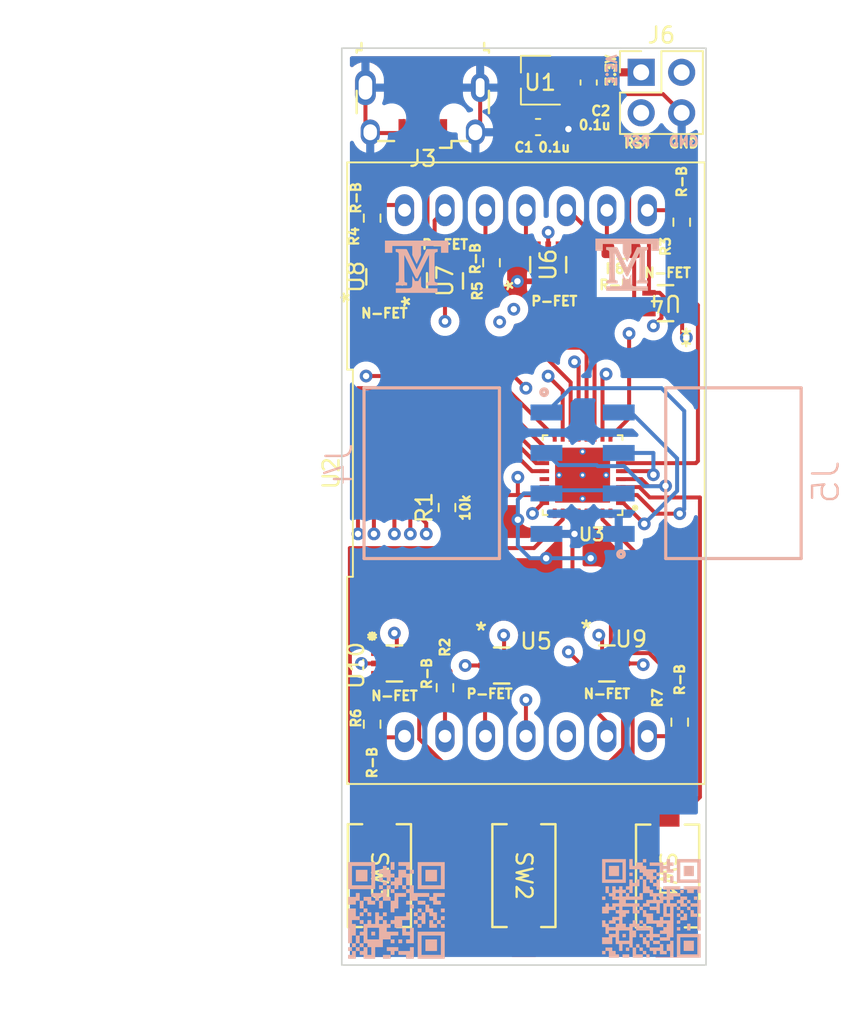
<source format=kicad_pcb>
(kicad_pcb (version 20211014) (generator pcbnew)
  (layers (0 "F.Cu" signal) (1 "In1.Cu" signal) (2 "In2.Cu" signal) (31 "B.Cu" signal) (34 "B.Paste" user) (35 "F.Paste" user) (36 "B.SilkS" user "B.Silkscreen") (37 "F.SilkS" user "F.Silkscreen") (38 "B.Mask" user) (39 "F.Mask" user) (44 "Edge.Cuts" user))
  (net 0 "")
  (net 1 "+5V")
  (net 5 "GND")
  (net 6 "/Sig_R1")
  (net 7 "/Sig_R2")
  (net 8 "/Sig_R3")
  (net 9 "/Sig_R4")
  (net 10 "/Sig_R5")
  (net 11 "/Sig_R6")
  (net 12 "/Sig_R7")
  (net 13 "+3V3")
  (net 15 "/R6")
  (net 16 "/R2")
  (net 17 "/R3")
  (net 18 "/R4")
  (net 19 "/R5")
  (net 20 "/R7")
  (net 21 "/R1")
  (net 22 "Net-(R2-Pad2)")
  (net 24 "Net-(R4-Pad2)")
  (net 25 "Net-(R5-Pad2)")
  (net 26 "Net-(R6-Pad2)")
  (net 27 "Net-(R7-Pad2)")
  (net 28 "/TX1")
  (net 29 "/RX1")
  (net 30 "/RX0")
  (net 31 "/TX0")
  (net 32 "/TST")
  (net 33 "/RST")
  (net 34 "Net-(R8-Pad2)")
  (net 35 "/C2")
  (net 36 "/C3")
  (net 37 "/C5")
  (net 38 "/C4")
  (net 39 "Net-(R3-Pad2)")
  (net 40 "/C1")
  (net 41 "/SW_1")
  (net 42 "/SW_2")
  (net 43 "/SW_3")
  (net 46 "/PWM_K")
  (net 47 "/Sig_C1")
  (net 48 "/Sig_C2")
  (net 49 "/Sig_C3")
  (net 50 "/Sig_C4")
  (net 51 "/Sig_C5")
  (net 52 "/FGND")
  (footprint "SPST_SMT:SW_PTS636_SMT-G_5_CNK" (layer "F.Cu") (at 71.9582 75.794651 -90)
    (fp_text reference "SW3")
    (fp_text value "PTS636_SM50_SMTR_LFS")
  )
  (footprint "Resistor_SMD:R_0603_1608Metric" (layer "F.Cu") (at 71.501 66.294 90)
    (fp_text reference "R6")
    (fp_text value "100")
  )
  (footprint "Capacitor_SMD:C_0603_1608Metric" (layer "F.Cu") (at 81.915 28.829)
    (fp_text reference "C1")
    (fp_text value "0.1u")
  )
  (footprint "Resistor_SMD:R_0603_1608Metric" (layer "F.Cu") (at 71.501 34.544 -90)
    (fp_text reference "R4")
    (fp_text value "100")
  )
  (footprint "6-TSSOP:SOT-363   US6_TOS" (layer "F.Cu") (at 76.073 38.481 90)
    (fp_text reference "U7")
    (fp_text value "BSS84KDW")
  )
  (footprint "SPST_SMT:SW_PTS636_SMT-G_5_CNK" (layer "F.Cu") (at 90.043 75.819 -90)
    (fp_text reference "SW1")
    (fp_text value "PTS636_SM50_SMTR_LFS")
  )
  (footprint "6-TSSOP:SOT-363   US6_TOS" (layer "F.Cu") (at 79.629 62.611)
    (fp_text reference "U5")
    (fp_text value "BSS84KDW")
  )
  (footprint "Connector_PinHeader_2.54mm:PinHeader_2x02_P2.54mm_Vertical" (layer "F.Cu") (at 88.387 25.395)
    (fp_text reference "J6")
    (fp_text value "Conn_01x04")
  )
  (footprint "Resistor_SMD:R_0603_1608Metric" (layer "F.Cu") (at 90.805 66.167 90)
    (fp_text reference "R7")
    (fp_text value "100")
  )
  (footprint "Resistor_SMD:R_0603_1608Metric" (layer "F.Cu") (at 76.2 52.705 90)
    (fp_text reference "R1")
    (fp_text value "10k")
  )
  (footprint "MSP430G2553IRHB32R:IC_MSP430G2553IRHB32R" (layer "F.Cu") (at 84.709 50.667 180)
    (fp_text reference "U3")
    (fp_text value "MSP430G2553IRHB32R")
  )
  (footprint "6-TSSOP:SOT-363   US6_TOS" (layer "F.Cu") (at 72.898 62.484 180)
    (fp_text reference "U10")
    (fp_text value "SSM6N7002KFU_LF")
  )
  (footprint "USB:USB_Micro-B_Wuerth_629105150521" (layer "F.Cu") (at 74.681 27.305 180)
    (fp_text reference "J3")
    (fp_text value "USB_B_Micro")
  )
  (footprint "LOGO" (layer "F.Cu") (at 81.026 75.057)
    (fp_text reference " ")
    (fp_text value "LOGO" hide)
  )
  (footprint "LOGO" (layer "F.Cu") (at 86.487 55.372)
    (fp_text reference " ")
    (fp_text value "LOGO" hide)
  )
  (footprint "Resistor_SMD:R_0603_1608Metric" (layer "F.Cu") (at 76.073 64.008 90)
    (fp_text reference "R2")
    (fp_text value "100")
  )
  (footprint "6-TSSOP:SOT-363   US6_TOS" (layer "F.Cu") (at 86.233 62.484)
    (fp_text reference "U9")
    (fp_text value "SSM6N7002KFU_LF")
  )
  (footprint "Resistor_SMD:R_0603_1608Metric" (layer "F.Cu") (at 87.122 36.576)
    (fp_text reference "R8")
    (fp_text value "100")
  )
  (footprint "SPST_SMT:SW_PTS636_SMT-G_5_CNK" (layer "F.Cu") (at 81.026 75.794651 -90)
    (fp_text reference "SW2")
    (fp_text value "PTS636_SM50_SMTR_LFS")
  )
  (footprint "Resistor_SMD:R_0603_1608Metric" (layer "F.Cu") (at 90.932 34.798 -90)
    (fp_text reference "R3")
    (fp_text value "100")
  )
  (footprint "Package_TO_SOT_SMD:TSOT-23" (layer "F.Cu") (at 81.788 25.908 180)
    (fp_text reference "U1")
    (fp_text value "AP2127N3-1.2")
  )
  (footprint "6-TSSOP:SOT-363   US6_TOS" (layer "F.Cu") (at 89.916 39.878 180)
    (fp_text reference "U4")
    (fp_text value "SSM6N7002KFU_LF")
  )
  (footprint "6-TSSOP:SOT-363   US6_TOS" (layer "F.Cu") (at 82.55 37.465 90)
    (fp_text reference "U6")
    (fp_text value "BSS84KDW")
  )
  (footprint "Capacitor_SMD:C_0603_1608Metric" (layer "F.Cu") (at 85.09 26.035 -90)
    (fp_text reference "C2")
    (fp_text value "0.1u")
  )
  (footprint "6-TSSOP:SOT-363   US6_TOS" (layer "F.Cu") (at 72.263 38.227 90)
    (fp_text reference "U8")
    (fp_text value "SSM6N7002KFU_LF")
  )
  (footprint "Resistor_SMD:R_0603_1608Metric" (layer "F.Cu") (at 78.994 37.338 -90)
    (fp_text reference "R5")
    (fp_text value "100")
  )
  (footprint "LOGO" (layer "F.Cu") (at 87.757 37.719)
    (fp_text reference " ")
    (fp_text value "LOGO" hide)
  )
  (footprint "LED_GRID:DIP-14_1299_ELL" (layer "F.Cu") (at 81.153 50.546)
    (fp_text reference "U2")
    (fp_text value "TA12-11GWA")
  )
  (footprint "LOGO" (layer "B.Cu") (at 74.295 37.592 180)
    (fp_text reference " ")
    (fp_text value "LOGO" hide)
  )
  (footprint "BG300_04_A_L_A:GCT_BG300-04-X-X-A_REVC" (layer "B.Cu") (at 77.216 50.546 -90)
    (fp_text reference "J4")
    (fp_text value "Conn_01x04")
  )
  (footprint "LOGO" (layer "B.Cu") (at 87.503 37.465 180)
    (fp_text reference " ")
    (fp_text value "LOGO" hide)
  )
  (footprint "LOGO" (layer "B.Cu") (at 73.025 77.978 180)
    (fp_text reference " ")
    (fp_text value "LOGO" hide)
  )
  (footprint "LOGO" (layer "B.Cu") (at 89.027 77.851 180)
    (fp_text reference " ")
    (fp_text value "LOGO" hide)
  )
  (footprint "BG300_04_A_L_A:GCT_BG300-04-X-X-A_REVC" (layer "B.Cu") (at 92.202 50.546 90)
    (fp_text reference "J5")
    (fp_text value "Conn_01x04")
  )
  (gr_rect (start 69.596 23.876) (end 92.456 81.407) (layer "Edge.Cuts") (width 0.1) (fill none))
  (gr_text "GND" (at 91.059 29.718) (layer "B.SilkS") (effects (font (size 0.6 0.6)) (justify mirror)))
  (gr_text "RST" (at 88.138 29.718) (layer "B.SilkS") (effects (font (size 0.6 0.6)) (justify mirror)))
  (gr_text "3.3V" (at 86.487 25.273 -90) (layer "B.SilkS") (effects (font (size 0.6 0.6)) (justify mirror)))
  (gr_text "R-B" (at 74.93 63.119 90) (layer "F.SilkS") (effects (font (size 0.6 0.6))))
  (gr_text "R-B" (at 90.932 32.258 90) (layer "F.SilkS") (effects (font (size 0.6 0.6))))
  (gr_text "3.3V" (at 86.487 25.273 90) (layer "F.SilkS") (effects (font (size 0.6 0.6))))
  (gr_text "GND" (at 91.059 29.845) (layer "F.SilkS") (effects (font (size 0.6 0.6))))
  (gr_text "0.1u" (at 85.471 28.702) (layer "F.SilkS") (effects (font (size 0.6 0.6))))
  (gr_text "N-FET" (at 90.043 37.973) (layer "F.SilkS") (effects (font (size 0.6 0.6))))
  (gr_text "0.1u" (at 82.931 30.099) (layer "F.SilkS") (effects (font (size 0.6 0.6))))
  (gr_text "R-B" (at 90.805 63.5 90) (layer "F.SilkS") (effects (font (size 0.6 0.6))))
  (gr_text "RST" (at 88.138 29.845) (layer "F.SilkS") (effects (font (size 0.6 0.6))))
  (gr_text "P-FET" (at 78.867 64.389) (layer "F.SilkS") (effects (font (size 0.6 0.6))))
  (gr_text "R-B" (at 71.501 68.707 90) (layer "F.SilkS") (effects (font (size 0.6 0.6))))
  (gr_text "R-B" (at 86.741 38.735) (layer "F.SilkS") (effects (font (size 0.6 0.6))))
  (gr_text "R-B" (at 70.485 33.274 90) (layer "F.SilkS") (effects (font (size 0.6 0.6))))
  (gr_text "P-FET" (at 76.073 36.195) (layer "F.SilkS") (effects (font (size 0.6 0.6))))
  (gr_text "R-B" (at 77.978 37.084 90) (layer "F.SilkS") (effects (font (size 0.6 0.6))))
  (gr_text "P-FET" (at 82.931 39.751) (layer "F.SilkS") (effects (font (size 0.6 0.6))))
  (gr_text "N-FET" (at 72.898 64.516) (layer "F.SilkS") (effects (font (size 0.6 0.6))))
  (gr_text "N-FET" (at 72.263 40.513) (layer "F.SilkS") (effects (font (size 0.6 0.6))))
  (gr_text "10k" (at 77.343 52.705 90) (layer "F.SilkS") (effects (font (size 0.6 0.6))))
  (gr_text "N-FET" (at 86.233 64.389) (layer "F.SilkS") (effects (font (size 0.6 0.6))))
  (segment (start 75.981 30.007) (end 76.962 30.988) (width 0.25) (layer "F.Cu") (net 1))
  (segment (start 80.478 25.908) (end 80.478 28.167) (width 0.25) (layer "F.Cu") (net 1))
  (segment (start 76.962 30.988) (end 78.981 30.988) (width 0.25) (layer "F.Cu") (net 1))
  (segment (start 80.478 28.167) (end 81.14 28.829) (width 0.25) (layer "F.Cu") (net 1))
  (segment (start 75.981 29.205) (end 75.981 30.007) (width 0.25) (layer "F.Cu") (net 1))
  (segment (start 78.981 30.988) (end 81.14 28.829) (width 0.25) (layer "F.Cu") (net 1))
  (segment (start 84.074 57.023) (end 84.074 54.483) (width 0.25) (layer "F.Cu") (net 5))
  (segment (start 87.84848 63.708079) (end 87.2744 63.133999) (width 0.25) (layer "F.Cu") (net 5))
  (segment (start 82.69 28.829) (end 82.69 27.266) (width 0.25) (layer "F.Cu") (net 5))
  (segment (start 83.693 28.829) (end 83.82 28.956) (width 0.25) (layer "F.Cu") (net 5))
  (segment (start 85.598 57.023) (end 84.074 57.023) (width 0.25) (layer "F.Cu") (net 5))
  (segment (start 77.10065 79.89465) (end 90.018651 79.89465) (width 0.25) (layer "F.Cu") (net 5))
  (segment (start 84.182 53.067) (end 84.459 53.067) (width 0.25) (layer "F.Cu") (net 5))
  (segment (start 73.481489 29.134511) (end 73.481489 28.448) (width 0.25) (layer "F.Cu") (net 5))
  (segment (start 86.487 63.119) (end 86.487 57.912) (width 0.25) (layer "F.Cu") (net 5))
  (segment (start 84.182 53.067) (end 84.201 53.086) (width 0.25) (layer "F.Cu") (net 5))
  (segment (start 87.2744 63.133999) (end 86.501999 63.133999) (width 0.25) (layer "F.Cu") (net 5))
  (segment (start 84.201 53.086) (end 84.201 54.356) (width 0.25) (layer "F.Cu") (net 5))
  (segment (start 83.959 53.067) (end 84.182 53.067) (width 0.25) (layer "F.Cu") (net 5))
  (segment (start 73.411 29.205) (end 73.481489 29.134511) (width 0.25) (layer "F.Cu") (net 5))
  (segment (start 87.84848 68.74252) (end 87.84848 63.708079) (width 0.25) (layer "F.Cu") (net 5))
  (segment (start 73.381 29.205) (end 71.431 29.205) (width 0.25) (layer "F.Cu") (net 5))
  (segment (start 78.281 28.855) (end 77.981 29.155) (width 0.25) (layer "F.Cu") (net 5))
  (segment (start 89.752489 26.760489) (end 90.927 27.935) (width 0.25) (layer "F.Cu") (net 5))
  (segment (start 90.018651 79.89465) (end 90.043 79.918999) (width 0.25) (layer "F.Cu") (net 5))
  (segment (start 82.69 28.829) (end 83.693 28.829) (width 0.25) (layer "F.Cu") (net 5))
  (segment (start 75.981 26.355) (end 78.281 26.355) (width 0.25) (layer "F.Cu") (net 5))
  (segment (start 83.146 26.81) (end 83.098 26.858) (width 0.25) (layer "F.Cu") (net 5))
  (segment (start 86.501999 63.133999) (end 86.487 63.119) (width 0.25) (layer "F.Cu") (net 5))
  (segment (start 87.249 69.342) (end 87.84848 68.74252) (width 0.25) (layer "F.Cu") (net 5))
  (segment (start 71.9582 79.89465) (end 77.10065 79.89465) (width 0.25) (layer "F.Cu") (net 5))
  (segment (start 86.487 57.912) (end 85.598 57.023) (width 0.25) (layer "F.Cu") (net 5))
  (segment (start 84.074 54.483) (end 84.201 54.356) (width 0.25) (layer "F.Cu") (net 5))
  (segment (start 82.69 27.266) (end 83.098 26.858) (width 0.25) (layer "F.Cu") (net 5))
  (segment (start 71.081 28.855) (end 71.381 29.155) (width 0.25) (layer "F.Cu") (net 5))
  (segment (start 85.139511 26.760489) (end 89.752489 26.760489) (width 0.25) (layer "F.Cu") (net 5))
  (segment (start 71.081 26.355) (end 71.081 28.855) (width 0.25) (layer "F.Cu") (net 5))
  (segment (start 71.431 29.205) (end 71.381 29.155) (width 0.25) (layer "F.Cu") (net 5))
  (segment (start 75.981 26.355) (end 73.381 26.355) (width 0.25) (layer "F.Cu") (net 5))
  (segment (start 78.281 26.355) (end 78.281 28.855) (width 0.25) (layer "F.Cu") (net 5))
  (segment (start 77.10065 71.61635) (end 79.375 69.342) (width 0.25) (layer "F.Cu") (net 5))
  (segment (start 79.375 69.342) (end 87.249 69.342) (width 0.25) (layer "F.Cu") (net 5))
  (segment (start 85.09 26.81) (end 83.146 26.81) (width 0.25) (layer "F.Cu") (net 5))
  (segment (start 73.381 29.205) (end 73.411 29.205) (width 0.25) (layer "F.Cu") (net 5))
  (segment (start 71.081 26.355) (end 73.381 26.355) (width 0.25) (layer "F.Cu") (net 5))
  (segment (start 77.10065 79.89465) (end 77.10065 71.61635) (width 0.25) (layer "F.Cu") (net 5))
  (segment (start 85.09 26.81) (end 85.139511 26.760489) (width 0.25) (layer "F.Cu") (net 5))
  (via (at 84.201 54.356) (size 0.8) (drill 0.4) (layers "F.Cu" "B.Cu") (net 5))
  (via (at 83.82 28.956) (size 0.8) (drill 0.4) (layers "F.Cu" "B.Cu") (net 5))
  (segment (start 82.441 54.356) (end 84.201 54.356) (width 0.25) (layer "B.Cu") (net 5))
  (segment (start 84.201 54.356) (end 86.977 54.356) (width 0.25) (layer "B.Cu") (net 5))
  (segment (start 91.948 49.784) (end 91.948 40.005) (width 0.25) (layer "F.Cu") (net 6))
  (segment (start 91.948 40.005) (end 91.821 39.878) (width 0.25) (layer "F.Cu") (net 6))
  (segment (start 91.815 49.917) (end 91.948 49.784) (width 0.25) (layer "F.Cu") (net 6))
  (segment (start 87.109 49.917) (end 91.815 49.917) (width 0.25) (layer "F.Cu") (net 6))
  (segment (start 91.821 39.878) (end 90.9574 39.878) (width 0.25) (layer "F.Cu") (net 6))
  (segment (start 72.263 42.545) (end 72.263 39.2684) (width 0.25) (layer "F.Cu") (net 7))
  (segment (start 84.959 43.049) (end 84.582 42.672) (width 0.25) (layer "F.Cu") (net 7))
  (segment (start 84.959 48.267) (end 84.959 43.049) (width 0.25) (layer "F.Cu") (net 7))
  (segment (start 84.582 42.672) (end 72.39 42.672) (width 0.25) (layer "F.Cu") (net 7))
  (segment (start 72.39 42.672) (end 72.263 42.545) (width 0.25) (layer "F.Cu") (net 7))
  (segment (start 89.662 40.005) (end 89.535 39.878) (width 0.25) (layer "F.Cu") (net 8))
  (segment (start 89.535 39.878) (end 88.8746 39.878) (width 0.25) (layer "F.Cu") (net 8))
  (segment (start 84.459 43.819) (end 84.201 43.561) (width 0.25) (layer "F.Cu") (net 8))
  (segment (start 89.154 41.305301) (end 89.662 40.797301) (width 0.25) (layer "F.Cu") (net 8))
  (segment (start 84.459 48.267) (end 84.459 43.819) (width 0.25) (layer "F.Cu") (net 8))
  (segment (start 89.662 40.797301) (end 89.662 40.005) (width 0.25) (layer "F.Cu") (net 8))
  (via (at 89.154 41.305301) (size 0.8) (drill 0.4) (layers "F.Cu" "B.Cu") (net 8))
  (via (at 84.201 43.561) (size 0.8) (drill 0.4) (layers "F.Cu" "B.Cu") (net 8))
  (segment (start 71.95052 43.12152) (end 70.993 42.164) (width 0.25) (layer "F.Cu") (net 9))
  (segment (start 82.236802 43.12152) (end 71.95052 43.12152) (width 0.25) (layer "F.Cu") (net 9))
  (segment (start 71.271731 38.075269) (end 71.946887 38.075269) (width 0.25) (layer "F.Cu") (net 9))
  (segment (start 70.993 42.164) (end 70.993 38.354) (width 0.25) (layer "F.Cu") (net 9))
  (segment (start 70.993 38.354) (end 71.271731 38.075269) (width 0.25) (layer "F.Cu") (net 9))
  (segment (start 83.959 48.267) (end 83.959 44.843718) (width 0.25) (layer "F.Cu") (net 9))
  (segment (start 71.946887 38.075269) (end 72.263 37.759156) (width 0.25) (layer "F.Cu") (net 9))
  (segment (start 72.263 37.759156) (end 72.263 37.1856) (width 0.25) (layer "F.Cu") (net 9))
  (segment (start 83.959 44.843718) (end 82.236802 43.12152) (width 0.25) (layer "F.Cu") (net 9))
  (segment (start 80.264 47.751547) (end 80.264 47.56652) (width 0.25) (layer "F.Cu") (net 10))
  (segment (start 72.898 60.579) (end 73.049731 60.730731) (width 0.25) (layer "F.Cu") (net 10))
  (segment (start 73.049731 62.09471) (end 73.439021 62.484) (width 0.25) (layer "F.Cu") (net 10))
  (segment (start 71.51104 48.06448) (end 71.51104 51.689) (width 0.25) (layer "F.Cu") (net 10))
  (segment (start 72.009 47.56652) (end 71.51104 48.06448) (width 0.25) (layer "F.Cu") (net 10))
  (segment (start 81.929453 49.417) (end 80.264 47.751547) (width 0.25) (layer "F.Cu") (net 10))
  (segment (start 73.439021 62.484) (end 73.9394 62.484) (width 0.25) (layer "F.Cu") (net 10))
  (segment (start 72.898 53.07596) (end 72.898 54.356) (width 0.25) (layer "F.Cu") (net 10))
  (segment (start 73.049731 60.730731) (end 73.049731 62.09471) (width 0.25) (layer "F.Cu") (net 10))
  (segment (start 71.51104 51.689) (end 72.898 53.07596) (width 0.25) (layer "F.Cu") (net 10))
  (segment (start 80.264 47.56652) (end 72.009 47.56652) (width 0.25) (layer "F.Cu") (net 10))
  (segment (start 82.309 49.417) (end 81.929453 49.417) (width 0.25) (layer "F.Cu") (net 10))
  (via (at 72.898 54.356) (size 0.8) (drill 0.4) (layers "F.Cu" "B.Cu") (net 10))
  (via (at 72.898 60.579) (size 0.8) (drill 0.4) (layers "F.Cu" "B.Cu") (net 10))
  (segment (start 71.96056 49.657) (end 71.96056 51.38656) (width 0.25) (layer "F.Cu") (net 11))
  (segment (start 72.25296 48.01604) (end 71.96056 48.30844) (width 0.25) (layer "F.Cu") (net 11))
  (segment (start 80.263867 48.387132) (end 79.892775 48.01604) (width 0.25) (layer "F.Cu") (net 11))
  (segment (start 72.263 48.01604) (end 72.25296 48.01604) (width 0.25) (layer "F.Cu") (net 11))
  (segment (start 84.5445 62.484) (end 85.1916 62.484) (width 0.25) (layer "F.Cu") (net 11))
  (segment (start 83.82 61.7595) (end 84.5445 62.484) (width 0.25) (layer "F.Cu") (net 11))
  (segment (start 71.96056 48.30844) (end 71.96056 49.657) (width 0.25) (layer "F.Cu") (net 11))
  (segment (start 79.892775 48.01604) (end 72.263 48.01604) (width 0.25) (layer "F.Cu") (net 11))
  (segment (start 82.309 49.917) (end 81.793735 49.917) (width 0.25) (layer "F.Cu") (net 11))
  (segment (start 72.517 51.943) (end 73.897503 53.323503) (width 0.25) (layer "F.Cu") (net 11))
  (segment (start 81.793735 49.917) (end 80.263867 48.387132) (width 0.25) (layer "F.Cu") (net 11))
  (segment (start 73.897503 53.323503) (end 73.897503 54.356) (width 0.25) (layer "F.Cu") (net 11))
  (segment (start 71.96056 51.38656) (end 72.517 51.943) (width 0.25) (layer "F.Cu") (net 11))
  (via (at 73.897503 54.356) (size 0.8) (drill 0.4) (layers "F.Cu" "B.Cu") (net 11))
  (via (at 83.82 61.7595) (size 0.8) (drill 0.4) (layers "F.Cu" "B.Cu") (net 11))
  (segment (start 72.517 51.307282) (end 73.787359 52.577641) (width 0.25) (layer "F.Cu") (net 12))
  (segment (start 73.787359 52.577641) (end 74.897006 53.687288) (width 0.25) (layer "F.Cu") (net 12))
  (segment (start 72.56544 48.46556) (end 72.517 48.514) (width 0.25) (layer "F.Cu") (net 12))
  (segment (start 74.897006 53.687288) (end 74.897006 54.356) (width 0.25) (layer "F.Cu") (net 12))
  (segment (start 81.532 50.417) (end 80.391 49.276) (width 0.25) (layer "F.Cu") (net 12))
  (segment (start 82.309 50.417) (end 81.532 50.417) (width 0.25) (layer "F.Cu") (net 12))
  (segment (start 71.8566 62.484) (end 70.8285 62.484) (width 0.25) (layer "F.Cu") (net 12))
  (segment (start 80.391 49.276) (end 79.58056 48.46556) (width 0.25) (layer "F.Cu") (net 12))
  (segment (start 74.422 48.46556) (end 72.56544 48.46556) (width 0.25) (layer "F.Cu") (net 12))
  (segment (start 72.517 48.514) (end 72.517 51.307282) (width 0.25) (layer "F.Cu") (net 12))
  (segment (start 79.58056 48.46556) (end 74.422 48.46556) (width 0.25) (layer "F.Cu") (net 12))
  (via (at 70.8285 62.484) (size 0.8) (drill 0.4) (layers "F.Cu" "B.Cu") (net 12))
  (via (at 74.897006 54.356) (size 0.8) (drill 0.4) (layers "F.Cu" "B.Cu") (net 12))
  (segment (start 85.236 55.861) (end 85.217 55.88) (width 0.25) (layer "F.Cu") (net 13))
  (segment (start 80.6196 38.5064) (end 81.900001 38.5064) (width 0.25) (layer "F.Cu") (net 13))
  (segment (start 83.098 24.958) (end 84.788 24.958) (width 0.25) (layer "F.Cu") (net 13))
  (segment (start 80.137 38.989) (end 80.6196 38.5064) (width 0.25) (layer "F.Cu") (net 13))
  (segment (start 83.185 37.211) (end 83.199999 37.196001) (width 0.25) (layer "F.Cu") (net 13))
  (segment (start 85.236 53.067) (end 85.236 55.861) (width 0.25) (layer "F.Cu") (net 13))
  (segment (start 84.788 24.958) (end 85.09 25.26) (width 0.25) (layer "F.Cu") (net 13))
  (segment (start 75.497512 38.778789) (end 78.275789 38.778789) (width 0.25) (layer "F.Cu") (net 13))
  (segment (start 75.423001 39.5224) (end 75.423001 38.8533) (width 0.25) (layer "F.Cu") (net 13))
  (segment (start 82.423 37.211) (end 83.185 37.211) (width 0.25) (layer "F.Cu") (net 13))
  (segment (start 80.582 53.53) (end 80.645 53.467) (width 0.25) (layer "F.Cu") (net 13))
  (segment (start 79.34621 63.260999) (end 80.6704 63.260999) (width 0.25) (layer "F.Cu") (net 13))
  (segment (start 85.236 53.067) (end 85.459 53.067) (width 0.25) (layer "F.Cu") (net 13))
  (segment (start 81.900001 37.733999) (end 82.423 37.211) (width 0.25) (layer "F.Cu") (net 13))
  (segment (start 78.486 38.989) (end 80.137 38.989) (width 0.25) (layer "F.Cu") (net 13))
  (segment (start 84.959 53.067) (end 85.236 53.067) (width 0.25) (layer "F.Cu") (net 13))
  (segment (start 85.225 25.395) (end 85.09 25.26) (width 0.25) (layer "F.Cu") (net 13))
  (segment (start 79.331211 62.059211) (end 79.331211 63.246) (width 0.25) (layer "F.Cu") (net 13))
  (segment (start 75.423001 38.8533) (end 75.497512 38.778789) (width 0.25) (layer "F.Cu") (net 13))
  (segment (start 79.331211 63.246) (end 79.34621 63.260999) (width 0.25) (layer "F.Cu") (net 13))
  (segment (start 78.5876 61.961001) (end 78.5876 59.7154) (width 0.25) (layer "F.Cu") (net 13))
  (segment (start 81.900001 38.5064) (end 81.900001 37.733999) (width 0.25) (layer "F.Cu") (net 13))
  (segment (start 78.5876 61.961001) (end 79.233001 61.961001) (width 0.25) (layer "F.Cu") (net 13))
  (segment (start 88.387 25.395) (end 85.225 25.395) (width 0.25) (layer "F.Cu") (net 13))
  (segment (start 79.233001 61.961001) (end 79.331211 62.059211) (width 0.25) (layer "F.Cu") (net 13))
  (segment (start 78.5876 59.7154) (end 82.423 55.88) (width 0.25) (layer "F.Cu") (net 13))
  (segment (start 76.2 53.53) (end 80.582 53.53) (width 0.25) (layer "F.Cu") (net 13))
  (segment (start 83.199999 37.196001) (end 83.199999 36.4236) (width 0.25) (layer "F.Cu") (net 13))
  (segment (start 78.275789 38.778789) (end 78.486 38.989) (width 0.25) (layer "F.Cu") (net 13))
  (via (at 82.423 55.88) (size 0.8) (drill 0.4) (layers "F.Cu" "B.Cu") (net 13))
  (via (at 80.6196 38.5064) (size 0.8) (drill 0.4) (layers "F.Cu" "B.Cu") (net 13))
  (via (at 85.217 55.88) (size 0.8) (drill 0.4) (layers "F.Cu" "B.Cu") (net 13))
  (via (at 80.645 53.467) (size 0.8) (drill 0.4) (layers "F.Cu" "B.Cu") (net 13))
  (segment (start 82.423 55.88) (end 81.407 55.88) (width 0.25) (layer "B.Cu") (net 13))
  (segment (start 80.645 53.467) (end 80.645 52.197) (width 0.25) (layer "B.Cu") (net 13))
  (segment (start 81.407 55.88) (end 80.645 55.118) (width 0.25) (layer "B.Cu") (net 13))
  (segment (start 80.645 55.118) (end 80.645 53.467) (width 0.25) (layer "B.Cu") (net 13))
  (segment (start 82.639511 51.617489) (end 86.778489 51.617489) (width 0.25) (layer "B.Cu") (net 13))
  (segment (start 85.217 55.88) (end 82.423 55.88) (width 0.25) (layer "B.Cu") (net 13))
  (segment (start 80.645 52.197) (end 81.026 51.816) (width 0.25) (layer "B.Cu") (net 13))
  (segment (start 81.026 51.816) (end 82.441 51.816) (width 0.25) (layer "B.Cu") (net 13))
  (segment (start 82.441 51.816) (end 82.639511 51.617489) (width 0.25) (layer "B.Cu") (net 13))
  (segment (start 86.778489 51.617489) (end 86.977 51.816) (width 0.25) (layer "B.Cu") (net 13))
  (segment (start 90.751 67.046) (end 90.805 66.992) (width 0.25) (layer "F.Cu") (net 15))
  (segment (start 88.773 67.046) (end 90.751 67.046) (width 0.25) (layer "F.Cu") (net 15))
  (segment (start 73.206 33.719) (end 73.533 34.046) (width 0.25) (layer "F.Cu") (net 16))
  (segment (start 71.501 33.719) (end 73.206 33.719) (width 0.25) (layer "F.Cu") (net 16))
  (segment (start 90.859 34.046) (end 90.932 33.973) (width 0.25) (layer "F.Cu") (net 17))
  (segment (start 88.773 34.046) (end 90.859 34.046) (width 0.25) (layer "F.Cu") (net 17))
  (segment (start 78.613 34.046) (end 78.613 36.132) (width 0.25) (layer "F.Cu") (net 18))
  (segment (start 78.613 36.132) (end 78.994 36.513) (width 0.25) (layer "F.Cu") (net 18))
  (segment (start 73.46 67.119) (end 73.533 67.046) (width 0.25) (layer "F.Cu") (net 19))
  (segment (start 71.501 67.119) (end 73.46 67.119) (width 0.25) (layer "F.Cu") (net 19))
  (segment (start 76.073 64.833) (end 76.073 67.046) (width 0.25) (layer "F.Cu") (net 20))
  (segment (start 86.233 36.512) (end 86.233 34.046) (width 0.25) (layer "F.Cu") (net 21))
  (segment (start 86.297 36.576) (end 86.233 36.512) (width 0.25) (layer "F.Cu") (net 21))
  (segment (start 75.296001 61.834001) (end 76.073 62.611) (width 0.25) (layer "F.Cu") (net 22))
  (segment (start 73.9394 61.834001) (end 75.296001 61.834001) (width 0.25) (layer "F.Cu") (net 22))
  (segment (start 76.073 62.611) (end 76.073 63.183) (width 0.25) (layer "F.Cu") (net 22))
  (segment (start 71.501 35.369) (end 71.501 37.073599) (width 0.25) (layer "F.Cu") (net 24))
  (segment (start 71.501 37.073599) (end 71.613001 37.1856) (width 0.25) (layer "F.Cu") (net 24))
  (segment (start 78.994 38.163) (end 78.973789 38.183211) (width 0.25) (layer "F.Cu") (net 25))
  (segment (start 78.973789 38.183211) (end 74.592789 38.183211) (width 0.25) (layer "F.Cu") (net 25))
  (segment (start 73.065399 39.116) (end 72.912999 39.2684) (width 0.25) (layer "F.Cu") (net 25))
  (segment (start 74.592789 38.183211) (end 73.66 39.116) (width 0.25) (layer "F.Cu") (net 25))
  (segment (start 73.66 39.116) (end 73.065399 39.116) (width 0.25) (layer "F.Cu") (net 25))
  (segment (start 71.501 65.469) (end 71.501 63.489599) (width 0.25) (layer "F.Cu") (net 26))
  (segment (start 71.501 63.489599) (end 71.8566 63.133999) (width 0.25) (layer "F.Cu") (net 26))
  (segment (start 90.805 63.754) (end 90.805 65.342) (width 0.25) (layer "F.Cu") (net 27))
  (segment (start 87.2744 61.834001) (end 88.885001 61.834001) (width 0.25) (layer "F.Cu") (net 27))
  (segment (start 88.885001 61.834001) (end 90.805 63.754) (width 0.25) (layer "F.Cu") (net 27))
  (segment (start 88.9295 50.417) (end 89.154 50.6415) (width 0.25) (layer "F.Cu") (net 28))
  (segment (start 87.109 50.417) (end 88.9295 50.417) (width 0.25) (layer "F.Cu") (net 28))
  (via (at 89.154 50.6415) (size 0.8) (drill 0.4) (layers "F.Cu" "B.Cu") (net 28))
  (segment (start 89.154 50.6415) (end 89.154 49.276) (width 0.25) (layer "B.Cu") (net 28))
  (segment (start 89.154 49.276) (end 86.977 49.276) (width 0.25) (layer "B.Cu") (net 28))
  (segment (start 88.853897 51.366011) (end 89.895489 51.366011) (width 0.25) (layer "F.Cu") (net 29))
  (segment (start 88.404886 50.917) (end 88.853897 51.366011) (width 0.25) (layer "F.Cu") (net 29))
  (segment (start 87.109 50.917) (end 88.404886 50.917) (width 0.25) (layer "F.Cu") (net 29))
  (segment (start 89.895489 51.366011) (end 89.916 51.3455) (width 0.25) (layer "F.Cu") (net 29))
  (via (at 89.916 51.3455) (size 0.8) (drill 0.4) (layers "F.Cu" "B.Cu") (net 29))
  (segment (start 83.203 50.038) (end 82.441 49.276) (width 0.25) (layer "B.Cu") (net 29))
  (segment (start 89.895489 51.366011) (end 88.577011 51.366011) (width 0.25) (layer "B.Cu") (net 29))
  (segment (start 85.660511 50.100511) (end 85.598 50.038) (width 0.25) (layer "B.Cu") (net 29))
  (segment (start 88.577011 51.366011) (end 87.311511 50.100511) (width 0.25) (layer "B.Cu") (net 29))
  (segment (start 85.598 50.038) (end 83.203 50.038) (width 0.25) (layer "B.Cu") (net 29))
  (segment (start 87.311511 50.100511) (end 85.660511 50.100511) (width 0.25) (layer "B.Cu") (net 29))
  (segment (start 89.916 51.3455) (end 89.895489 51.366011) (width 0.25) (layer "B.Cu") (net 29))
  (segment (start 87.271026 52.417) (end 88.580009 53.725983) (width 0.25) (layer "F.Cu") (net 30))
  (segment (start 87.109 52.417) (end 87.271026 52.417) (width 0.25) (layer "F.Cu") (net 30))
  (via (at 88.580009 53.725983) (size 0.8) (drill 0.4) (layers "F.Cu" "B.Cu") (net 30))
  (segment (start 88.580009 53.725983) (end 90.640511 51.665481) (width 0.25) (layer "B.Cu") (net 30))
  (segment (start 87.757 46.736) (end 86.977 46.736) (width 0.25) (layer "B.Cu") (net 30))
  (segment (start 90.640511 51.665481) (end 90.640511 49.619511) (width 0.25) (layer "B.Cu") (net 30))
  (segment (start 90.640511 49.619511) (end 87.757 46.736) (width 0.25) (layer "B.Cu") (net 30))
  (segment (start 89.30245 53.086) (end 88.13345 51.917) (width 0.25) (layer "F.Cu") (net 31))
  (segment (start 88.13345 51.917) (end 87.109 51.917) (width 0.25) (layer "F.Cu") (net 31))
  (segment (start 90.805 53.086) (end 89.30245 53.086) (width 0.25) (layer "F.Cu") (net 31))
  (via (at 90.805 53.086) (size 0.8) (drill 0.4) (layers "F.Cu" "B.Cu") (net 31))
  (segment (start 83.965 45.212) (end 82.441 46.736) (width 0.25) (layer "B.Cu") (net 31))
  (segment (start 90.805 53.086) (end 91.090031 52.800969) (width 0.25) (layer "B.Cu") (net 31))
  (segment (start 91.090031 52.800969) (end 91.090031 46.640031) (width 0.25) (layer "B.Cu") (net 31))
  (segment (start 91.090031 46.640031) (end 89.662 45.212) (width 0.25) (layer "B.Cu") (net 31))
  (segment (start 89.662 45.212) (end 83.965 45.212) (width 0.25) (layer "B.Cu") (net 31))
  (segment (start 82.309 52.417) (end 82.219964 52.417) (width 0.25) (layer "F.Cu") (net 32))
  (segment (start 82.219964 52.417) (end 81.563687 53.073277) (width 0.25) (layer "F.Cu") (net 32))
  (via (at 81.563687 53.073277) (size 0.8) (drill 0.4) (layers "F.Cu" "B.Cu") (net 32))
  (via (at 79.502 41.0585) (size 0.8) (drill 0.4) (layers "F.Cu" "B.Cu") (net 32))
  (segment (start 80.671 51.917) (end 76.237 51.917) (width 0.25) (layer "F.Cu") (net 33))
  (segment (start 76.237 51.917) (end 76.2 51.88) (width 0.25) (layer "F.Cu") (net 33))
  (segment (start 82.309 51.917) (end 80.671 51.917) (width 0.25) (layer "F.Cu") (net 33))
  (segment (start 80.645 50.8) (end 80.645 51.891) (width 0.25) (layer "F.Cu") (net 33))
  (segment (start 80.645 51.891) (end 80.671 51.917) (width 0.25) (layer "F.Cu") (net 33))
  (via (at 80.391 40.259) (size 0.8) (drill 0.4) (layers "F.Cu" "B.Cu") (net 33))
  (via (at 80.645 50.8) (size 0.8) (drill 0.4) (layers "F.Cu" "B.Cu") (net 33))
  (segment (start 87.947 36.576) (end 87.947 40.322) (width 0.25) (layer "F.Cu") (net 34))
  (segment (start 88.152999 40.527999) (end 88.8746 40.527999) (width 0.25) (layer "F.Cu") (net 34))
  (segment (start 87.947 40.322) (end 88.152999 40.527999) (width 0.25) (layer "F.Cu") (net 34))
  (segment (start 78.5876 67.0206) (end 78.613 67.046) (width 0.25) (layer "F.Cu") (net 35))
  (segment (start 78.5876 63.260999) (end 78.5876 67.0206) (width 0.25) (layer "F.Cu") (net 35))
  (segment (start 81.153 64.77) (end 81.153 67.046) (width 0.25) (layer "F.Cu") (net 36))
  (segment (start 81.153 35.676599) (end 81.900001 36.4236) (width 0.25) (layer "F.Cu") (net 36))
  (segment (start 81.153 34.046) (end 81.153 35.676599) (width 0.25) (layer "F.Cu") (net 36))
  (via (at 81.153 64.77) (size 0.8) (drill 0.4) (layers "F.Cu" "B.Cu") (net 36))
  (segment (start 82.027001 61.961001) (end 86.233 66.167) (width 0.25) (layer "F.Cu") (net 37))
  (segment (start 80.6704 61.961001) (end 82.027001 61.961001) (width 0.25) (layer "F.Cu") (net 37))
  (segment (start 86.233 66.167) (end 86.233 67.046) (width 0.25) (layer "F.Cu") (net 37))
  (segment (start 84.836 38.481) (end 84.836 35.052) (width 0.25) (layer "F.Cu") (net 38))
  (segment (start 84.836 35.052) (end 83.83 34.046) (width 0.25) (layer "F.Cu") (net 38))
  (segment (start 84.8106 38.5064) (end 84.836 38.481) (width 0.25) (layer "F.Cu") (net 38))
  (segment (start 83.199999 38.5064) (end 84.8106 38.5064) (width 0.25) (layer "F.Cu") (net 38))
  (segment (start 83.83 34.046) (end 83.693 34.046) (width 0.25) (layer "F.Cu") (net 38))
  (segment (start 90.9574 39.228001) (end 90.9574 35.6484) (width 0.25) (layer "F.Cu") (net 39))
  (segment (start 90.9574 35.6484) (end 90.932 35.623) (width 0.25) (layer "F.Cu") (net 39))
  (segment (start 75.423001 34.695999) (end 76.073 34.046) (width 0.25) (layer "F.Cu") (net 40))
  (segment (start 75.423001 37.4396) (end 75.423001 34.695999) (width 0.25) (layer "F.Cu") (net 40))
  (segment (start 92.075 52.07) (end 92.075 70.866) (width 0.25) (layer "F.Cu") (net 41))
  (segment (start 87.109 51.417) (end 88.269168 51.417) (width 0.25) (layer "F.Cu") (net 41))
  (segment (start 91.221999 71.719001) (end 90.043 71.719001) (width 0.25) (layer "F.Cu") (net 41))
  (segment (start 88.922168 52.07) (end 92.075 52.07) (width 0.25) (layer "F.Cu") (net 41))
  (segment (start 92.075 70.866) (end 91.221999 71.719001) (width 0.25) (layer "F.Cu") (net 41))
  (segment (start 88.269168 51.417) (end 88.922168 52.07) (width 0.25) (layer "F.Cu") (net 41))
  (segment (start 91.62548 55.499) (end 91.62548 69.977) (width 0.25) (layer "F.Cu") (net 42))
  (segment (start 85.959 53.446547) (end 88.011453 55.499) (width 0.25) (layer "F.Cu") (net 42))
  (segment (start 81.026 69.977) (end 81.026 71.694652) (width 0.25) (layer "F.Cu") (net 42))
  (segment (start 88.011453 55.499) (end 91.62548 55.499) (width 0.25) (layer "F.Cu") (net 42))
  (segment (start 91.62548 69.977) (end 81.026 69.977) (width 0.25) (layer "F.Cu") (net 42))
  (segment (start 85.959 53.067) (end 85.959 53.446547) (width 0.25) (layer "F.Cu") (net 42))
  (segment (start 83.459 53.447) (end 81.661 55.245) (width 0.25) (layer "F.Cu") (net 43))
  (segment (start 81.661 55.245) (end 70.104 55.245) (width 0.25) (layer "F.Cu") (net 43))
  (segment (start 70.104 69.840452) (end 71.9582 71.694652) (width 0.25) (layer "F.Cu") (net 43))
  (segment (start 70.104 55.245) (end 70.104 69.840452) (width 0.25) (layer "F.Cu") (net 43))
  (segment (start 83.459 53.067) (end 83.459 53.447) (width 0.25) (layer "F.Cu") (net 43))
  (segment (start 87.2744 62.484) (end 88.4402 62.484) (width 0.25) (layer "F.Cu") (net 46))
  (segment (start 71.06152 47.117) (end 71.06152 52.197) (width 0.25) (layer "F.Cu") (net 46))
  (segment (start 88.4402 62.484) (end 88.514701 62.558501) (width 0.25) (layer "F.Cu") (net 46))
  (segment (start 71.611503 52.746983) (end 71.611503 54.356) (width 0.25) (layer "F.Cu") (net 46))
  (segment (start 82.309 48.917) (end 80.509 47.117) (width 0.25) (layer "F.Cu") (net 46))
  (segment (start 71.06152 52.197) (end 71.611503 52.746983) (width 0.25) (layer "F.Cu") (net 46))
  (segment (start 80.509 47.117) (end 71.06152 47.117) (width 0.25) (layer "F.Cu") (net 46))
  (via (at 71.611503 54.356) (size 0.8) (drill 0.4) (layers "F.Cu" "B.Cu") (net 46))
  (via (at 88.514701 62.558501) (size 0.8) (drill 0.4) (layers "F.Cu" "B.Cu") (net 46))
  (segment (start 87.625701 41.778701) (end 87.63 41.783) (width 0.25) (layer "F.Cu") (net 47))
  (segment (start 76.073 39.5224) (end 76.073 41.021) (width 0.25) (layer "F.Cu") (net 47))
  (segment (start 87.63 41.783) (end 87.63 47.096) (width 0.25) (layer "F.Cu") (net 47))
  (segment (start 87.63 47.096) (end 86.459 48.267) (width 0.25) (layer "F.Cu") (net 47))
  (via (at 87.625701 41.778701) (size 0.8) (drill 0.4) (layers "F.Cu" "B.Cu") (net 47))
  (via (at 76.073 41.021) (size 0.8) (drill 0.4) (layers "F.Cu" "B.Cu") (net 47))
  (segment (start 80.391 44.45) (end 81.153 45.212) (width 0.25) (layer "F.Cu") (net 48))
  (segment (start 79.780731 62.508731) (end 79.780731 62.357) (width 0.25) (layer "F.Cu") (net 48))
  (segment (start 85.959 44.5475) (end 86.1835 44.323) (width 0.25) (layer "F.Cu") (net 48))
  (segment (start 79.780731 60.730731) (end 79.780731 62.508731) (width 0.25) (layer "F.Cu") (net 48))
  (segment (start 80.6704 62.611) (end 79.883 62.611) (width 0.25) (layer "F.Cu") (net 48))
  (segment (start 71.12 44.45) (end 80.391 44.45) (width 0.25) (layer "F.Cu") (net 48))
  (segment (start 79.756 60.706) (end 79.780731 60.730731) (width 0.25) (layer "F.Cu") (net 48))
  (segment (start 79.883 62.611) (end 79.780731 62.508731) (width 0.25) (layer "F.Cu") (net 48))
  (segment (start 85.959 48.267) (end 85.959 44.5475) (width 0.25) (layer "F.Cu") (net 48))
  (via (at 81.153 45.212) (size 0.8) (drill 0.4) (layers "F.Cu" "B.Cu") (net 48))
  (via (at 86.1835 44.323) (size 0.8) (drill 0.4) (layers "F.Cu" "B.Cu") (net 48))
  (via (at 79.756 60.706) (size 0.8) (drill 0.4) (layers "F.Cu" "B.Cu") (net 48))
  (via (at 71.12 44.45) (size 0.8) (drill 0.4) (layers "F.Cu" "B.Cu") (net 48))
  (segment (start 82.55 39.624) (end 82.55 38.5064) (width 0.25) (layer "F.Cu") (net 49))
  (segment (start 85.459 42.533) (end 82.55 39.624) (width 0.25) (layer "F.Cu") (net 49))
  (segment (start 85.459 48.267) (end 85.459 42.533) (width 0.25) (layer "F.Cu") (net 49))
  (segment (start 83.459 45.368316) (end 82.545342 44.454658) (width 0.25) (layer "F.Cu") (net 50))
  (segment (start 83.459 48.267) (end 83.459 45.368316) (width 0.25) (layer "F.Cu") (net 50))
  (segment (start 82.55 35.433) (end 82.55 36.4236) (width 0.25) (layer "F.Cu") (net 50))
  (via (at 82.55 35.433) (size 0.8) (drill 0.4) (layers "F.Cu" "B.Cu") (net 50))
  (via (at 82.545342 44.454658) (size 0.8) (drill 0.4) (layers "F.Cu" "B.Cu") (net 50))
  (segment (start 70.612 45.212) (end 70.612 54.356) (width 0.25) (layer "F.Cu") (net 51))
  (segment (start 78.5876 62.611) (end 77.343 62.611) (width 0.25) (layer "F.Cu") (net 51))
  (segment (start 74.803 45.212) (end 70.612 45.212) (width 0.25) (layer "F.Cu") (net 51))
  (segment (start 79.904 45.212) (end 74.803 45.212) (width 0.25) (layer "F.Cu") (net 51))
  (segment (start 82.959 48.267) (end 79.904 45.212) (width 0.25) (layer "F.Cu") (net 51))
  (via (at 70.612 54.356) (size 0.8) (drill 0.4) (layers "F.Cu" "B.Cu") (net 51))
  (via (at 77.343 62.611) (size 0.8) (drill 0.4) (layers "F.Cu" "B.Cu") (net 51))
  (segment (start 71.613001 38.672477) (end 71.760689 38.524789) (width 0.25) (layer "F.Cu") (net 52))
  (segment (start 71.613001 39.2684) (end 71.613001 38.672477) (width 0.25) (layer "F.Cu") (net 52))
  (segment (start 74.45752 63.652119) (end 74.45752 67.21852) (width 0.25) (layer "F.Cu") (net 52))
  (segment (start 90.9574 40.527999) (end 90.9574 41.7709) (width 0.25) (layer "F.Cu") (net 52))
  (segment (start 74.45752 67.21852) (end 76.073 68.834) (width 0.25) (layer "F.Cu") (net 52))
  (segment (start 87.63 32.639) (end 87.63 35.052) (width 0.25) (layer "F.Cu") (net 52))
  (segment (start 85.725 60.706) (end 85.935211 60.916211) (width 0.25) (layer "F.Cu") (net 52))
  (segment (start 72.600211 63.119) (end 72.61521 63.133999) (width 0.25) (layer "F.Cu") (net 52))
  (segment (start 89.5437 39.228001) (end 90.17 39.854301) (width 0.25) (layer "F.Cu") (net 52))
  (segment (start 85.935211 60.916211) (end 85.935211 61.908512) (width 0.25) (layer "F.Cu") (net 52))
  (segment (start 90.184999 40.527999) (end 90.9574 40.527999) (width 0.25) (layer "F.Cu") (net 52))
  (segment (start 90.9574 41.7709) (end 91.2235 42.037) (width 0.25) (layer "F.Cu") (net 52))
  (segment (start 72.600211 61.908512) (end 72.600211 63.119) (width 0.25) (layer "F.Cu") (net 52))
  (segment (start 85.8607 61.834001) (end 85.935211 61.908512) (width 0.25) (layer "F.Cu") (net 52))
  (segment (start 87.249 67.818) (end 87.249 64.77) (width 0.25) (layer "F.Cu") (net 52))
  (segment (start 72.5257 61.834001) (end 72.600211 61.908512) (width 0.25) (layer "F.Cu") (net 52))
  (segment (start 85.935211 62.908789) (end 85.710001 63.133999) (width 0.25) (layer "F.Cu") (net 52))
  (segment (start 74.93 32.385) (end 87.376 32.385) (width 0.25) (layer "F.Cu") (net 52))
  (segment (start 72.912999 37.1856) (end 74.973481 35.125118) (width 0.25) (layer "F.Cu") (net 52))
  (segment (start 71.8566 61.834001) (end 72.5257 61.834001) (width 0.25) (layer "F.Cu") (net 52))
  (segment (start 74.973481 35.125118) (end 74.973481 32.428481) (width 0.25) (layer "F.Cu") (net 52))
  (segment (start 88.8746 35.814) (end 88.8746 39.228001) (width 0.25) (layer "F.Cu") (net 52))
  (segment (start 87.63 35.052) (end 88.392 35.814) (width 0.25) (layer "F.Cu") (net 52))
  (segment (start 87.249 64.77) (end 85.612999 63.133999) (width 0.25) (layer "F.Cu") (net 52))
  (segment (start 85.710001 63.133999) (end 85.1916 63.133999) (width 0.25) (layer "F.Cu") (net 52))
  (segment (start 88.8746 39.228001) (end 89.5437 39.228001) (width 0.25) (layer "F.Cu") (net 52))
  (segment (start 74.973481 32.428481) (end 74.93 32.385) (width 0.25) (layer "F.Cu") (net 52))
  (segment (start 88.392 35.814) (end 88.8746 35.814) (width 0.25) (layer "F.Cu") (net 52))
  (segment (start 85.612999 63.133999) (end 85.1916 63.133999) (width 0.25) (layer "F.Cu") (net 52))
  (segment (start 72.854211 38.524789) (end 72.912999 38.466001) (width 0.25) (layer "F.Cu") (net 52))
  (segment (start 90.17 39.854301) (end 90.17 40.513) (width 0.25) (layer "F.Cu") (net 52))
  (segment (start 73.9394 63.133999) (end 74.45752 63.652119) (width 0.25) (layer "F.Cu") (net 52))
  (segment (start 72.912999 38.466001) (end 72.912999 37.1856) (width 0.25) (layer "F.Cu") (net 52))
  (segment (start 90.17 40.513) (end 90.184999 40.527999) (width 0.25) (layer "F.Cu") (net 52))
  (segment (start 86.233 68.834) (end 87.249 67.818) (width 0.25) (layer "F.Cu") (net 52))
  (segment (start 76.073 68.834) (end 86.233 68.834) (width 0.25) (layer "F.Cu") (net 52))
  (segment (start 72.61521 63.133999) (end 73.9394 63.133999) (width 0.25) (layer "F.Cu") (net 52))
  (segment (start 85.1916 61.834001) (end 85.8607 61.834001) (width 0.25) (layer "F.Cu") (net 52))
  (segment (start 85.935211 61.908512) (end 85.935211 62.908789) (width 0.25) (layer "F.Cu") (net 52))
  (segment (start 87.376 32.385) (end 87.63 32.639) (width 0.25) (layer "F.Cu") (net 52))
  (segment (start 71.760689 38.524789) (end 72.854211 38.524789) (width 0.25) (layer "F.Cu") (net 52))
  (via (at 85.725 60.706) (size 0.8) (drill 0.4) (layers "F.Cu" "B.Cu") (net 52))
  (via (at 91.2235 42.037) (size 0.8) (drill 0.4) (layers "F.Cu" "B.Cu") (net 52))
  (zone (net 13) (net_name "+3V3") (layer "F.Cu") (connect_pads (clearance 0.508)) (min_thickness 0.254) (fill yes (thermal_gap 0.508) (thermal_bridge_width 0.508))
    (polygon (pts (xy 92.964 23.749) (xy 92.456 81.534) (xy 69.469 81.534) (xy 69.469 23.368) (xy 69.977 23.241)))
  )
  (zone (net 5) (net_name "GND") (layer "B.Cu") (connect_pads (clearance 0.508)) (min_thickness 0.254) (fill yes (thermal_gap 0.508) (thermal_bridge_width 0.508))
    (polygon (pts (xy 92.964 23.622) (xy 92.456 81.407) (xy 69.469 81.407) (xy 69.469 23.241) (xy 69.977 23.114)))
  )
  (zone (net 0) (net_name "") (layer "B.Cu") (connect_pads (clearance 0)) (min_thickness 0.254)
    (keepout (tracks allowed) (vias allowed) (pads allowed) (copperpour not_allowed) (footprints allowed))
    (fill (thermal_gap 0.508) (thermal_bridge_width 0.508))
    (polygon (pts (xy 89.916 39.497) (xy 85.598 39.497) (xy 85.598 35.941) (xy 89.916 35.941)))
  )
)
</source>
